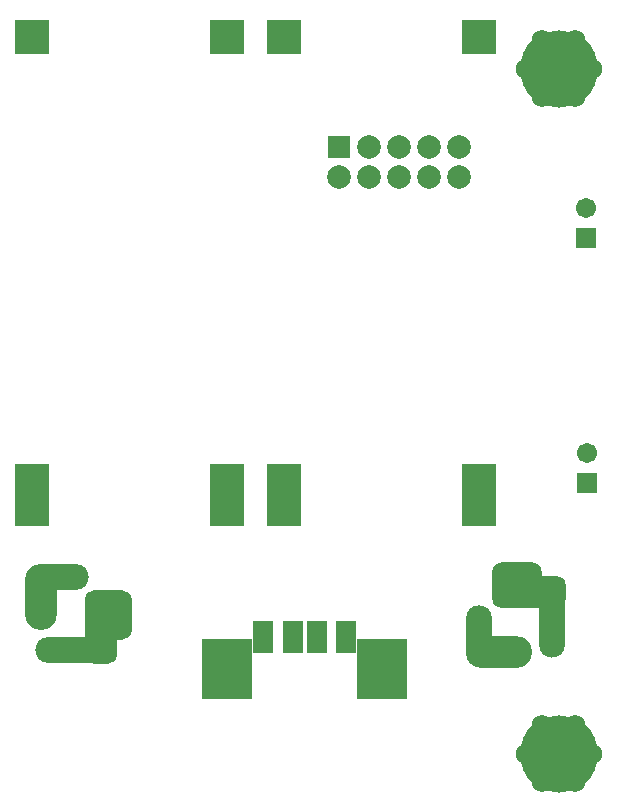
<source format=gbs>
%FSAX25Y25*%
%MOIN*%
G70*
G01*
G75*
G04 Layer_Color=16711935*
%ADD10R,0.07480X0.08071*%
%ADD11R,0.05118X0.04331*%
%ADD12R,0.12402X0.08858*%
%ADD13C,0.10000*%
%ADD14C,0.05000*%
%ADD15R,0.11024X0.11024*%
G04:AMPARAMS|DCode=16|XSize=236.22mil|YSize=98.43mil|CornerRadius=24.61mil|HoleSize=0mil|Usage=FLASHONLY|Rotation=270.000|XOffset=0mil|YOffset=0mil|HoleType=Round|Shape=RoundedRectangle|*
%AMROUNDEDRECTD16*
21,1,0.23622,0.04921,0,0,270.0*
21,1,0.18701,0.09843,0,0,270.0*
1,1,0.04921,-0.02461,-0.09350*
1,1,0.04921,-0.02461,0.09350*
1,1,0.04921,0.02461,0.09350*
1,1,0.04921,0.02461,-0.09350*
%
%ADD16ROUNDEDRECTD16*%
%ADD17O,0.09843X0.21260*%
%ADD18O,0.19685X0.07874*%
G04:AMPARAMS|DCode=19|XSize=157.48mil|YSize=118.11mil|CornerRadius=29.53mil|HoleSize=0mil|Usage=FLASHONLY|Rotation=270.000|XOffset=0mil|YOffset=0mil|HoleType=Round|Shape=RoundedRectangle|*
%AMROUNDEDRECTD19*
21,1,0.15748,0.05906,0,0,270.0*
21,1,0.09843,0.11811,0,0,270.0*
1,1,0.05906,-0.02953,-0.04921*
1,1,0.05906,-0.02953,0.04921*
1,1,0.05906,0.02953,0.04921*
1,1,0.05906,0.02953,-0.04921*
%
%ADD19ROUNDEDRECTD19*%
%ADD20O,0.25590X0.07874*%
G04:AMPARAMS|DCode=21|XSize=236.22mil|YSize=98.43mil|CornerRadius=24.61mil|HoleSize=0mil|Usage=FLASHONLY|Rotation=0.000|XOffset=0mil|YOffset=0mil|HoleType=Round|Shape=RoundedRectangle|*
%AMROUNDEDRECTD21*
21,1,0.23622,0.04921,0,0,0.0*
21,1,0.18701,0.09843,0,0,0.0*
1,1,0.04921,0.09350,-0.02461*
1,1,0.04921,-0.09350,-0.02461*
1,1,0.04921,-0.09350,0.02461*
1,1,0.04921,0.09350,0.02461*
%
%ADD21ROUNDEDRECTD21*%
%ADD22O,0.21260X0.09843*%
%ADD23O,0.07874X0.19685*%
G04:AMPARAMS|DCode=24|XSize=157.48mil|YSize=118.11mil|CornerRadius=29.53mil|HoleSize=0mil|Usage=FLASHONLY|Rotation=0.000|XOffset=0mil|YOffset=0mil|HoleType=Round|Shape=RoundedRectangle|*
%AMROUNDEDRECTD24*
21,1,0.15748,0.05906,0,0,0.0*
21,1,0.09843,0.11811,0,0,0.0*
1,1,0.05906,0.04921,-0.02953*
1,1,0.05906,-0.04921,-0.02953*
1,1,0.05906,-0.04921,0.02953*
1,1,0.05906,0.04921,0.02953*
%
%ADD24ROUNDEDRECTD24*%
%ADD25O,0.07874X0.25590*%
%ADD26R,0.15748X0.19685*%
%ADD27R,0.05906X0.09843*%
%ADD28C,0.06000*%
%ADD29C,0.25000*%
%ADD30R,0.05906X0.05906*%
%ADD31C,0.05906*%
%ADD32R,0.06394X0.06394*%
%ADD33C,0.07087*%
%ADD34C,0.00500*%
%ADD35C,0.00787*%
%ADD36C,0.00984*%
%ADD37C,0.01000*%
%ADD38C,0.00800*%
%ADD39C,0.01200*%
%ADD40C,0.01600*%
%ADD41R,0.13500X0.22500*%
%ADD42R,0.18500X0.21000*%
%ADD43R,0.08280X0.08871*%
%ADD44R,0.05918X0.05131*%
%ADD45R,0.13202X0.09658*%
%ADD46R,0.11824X0.11824*%
G04:AMPARAMS|DCode=47|XSize=244.22mil|YSize=106.42mil|CornerRadius=28.61mil|HoleSize=0mil|Usage=FLASHONLY|Rotation=270.000|XOffset=0mil|YOffset=0mil|HoleType=Round|Shape=RoundedRectangle|*
%AMROUNDEDRECTD47*
21,1,0.24422,0.04921,0,0,270.0*
21,1,0.18701,0.10642,0,0,270.0*
1,1,0.05721,-0.02461,-0.09350*
1,1,0.05721,-0.02461,0.09350*
1,1,0.05721,0.02461,0.09350*
1,1,0.05721,0.02461,-0.09350*
%
%ADD47ROUNDEDRECTD47*%
%ADD48O,0.10642X0.22060*%
%ADD49O,0.20485X0.08674*%
G04:AMPARAMS|DCode=50|XSize=165.48mil|YSize=126.11mil|CornerRadius=33.53mil|HoleSize=0mil|Usage=FLASHONLY|Rotation=270.000|XOffset=0mil|YOffset=0mil|HoleType=Round|Shape=RoundedRectangle|*
%AMROUNDEDRECTD50*
21,1,0.16548,0.05906,0,0,270.0*
21,1,0.09843,0.12611,0,0,270.0*
1,1,0.06706,-0.02953,-0.04921*
1,1,0.06706,-0.02953,0.04921*
1,1,0.06706,0.02953,0.04921*
1,1,0.06706,0.02953,-0.04921*
%
%ADD50ROUNDEDRECTD50*%
%ADD51O,0.26391X0.08674*%
G04:AMPARAMS|DCode=52|XSize=244.22mil|YSize=106.42mil|CornerRadius=28.61mil|HoleSize=0mil|Usage=FLASHONLY|Rotation=0.000|XOffset=0mil|YOffset=0mil|HoleType=Round|Shape=RoundedRectangle|*
%AMROUNDEDRECTD52*
21,1,0.24422,0.04921,0,0,0.0*
21,1,0.18701,0.10642,0,0,0.0*
1,1,0.05721,0.09350,-0.02461*
1,1,0.05721,-0.09350,-0.02461*
1,1,0.05721,-0.09350,0.02461*
1,1,0.05721,0.09350,0.02461*
%
%ADD52ROUNDEDRECTD52*%
%ADD53O,0.22060X0.10642*%
%ADD54O,0.08674X0.20485*%
G04:AMPARAMS|DCode=55|XSize=165.48mil|YSize=126.11mil|CornerRadius=33.53mil|HoleSize=0mil|Usage=FLASHONLY|Rotation=0.000|XOffset=0mil|YOffset=0mil|HoleType=Round|Shape=RoundedRectangle|*
%AMROUNDEDRECTD55*
21,1,0.16548,0.05906,0,0,0.0*
21,1,0.09843,0.12611,0,0,0.0*
1,1,0.06706,0.04921,-0.02953*
1,1,0.06706,-0.04921,-0.02953*
1,1,0.06706,-0.04921,0.02953*
1,1,0.06706,0.04921,0.02953*
%
%ADD55ROUNDEDRECTD55*%
%ADD56O,0.08674X0.26391*%
%ADD57R,0.16548X0.20485*%
%ADD58R,0.06706X0.10642*%
%ADD59C,0.06800*%
%ADD60C,0.25800*%
%ADD61R,0.06706X0.06706*%
%ADD62C,0.06706*%
%ADD63R,0.07194X0.07194*%
%ADD64C,0.07887*%
D46*
X0646461Y0318618D02*
D03*
X0581500D02*
D03*
Y0327969D02*
D03*
X0646461D02*
D03*
Y0476000D02*
D03*
X0581500D02*
D03*
X0562461Y0318618D02*
D03*
X0497500D02*
D03*
Y0327969D02*
D03*
X0562461D02*
D03*
Y0476000D02*
D03*
X0497500D02*
D03*
D47*
X0520500Y0279563D02*
D03*
D48*
X0500500Y0289405D02*
D03*
D49*
X0505933Y0296098D02*
D03*
D50*
X0524437Y0283500D02*
D03*
D51*
X0511839Y0271689D02*
D03*
D52*
X0662937Y0291000D02*
D03*
D53*
X0653094Y0271000D02*
D03*
D54*
X0646402Y0276433D02*
D03*
D55*
X0659000Y0294937D02*
D03*
D56*
X0670811Y0282339D02*
D03*
D57*
X0614146Y0265370D02*
D03*
X0562413D02*
D03*
D58*
X0602059Y0276000D02*
D03*
X0592216D02*
D03*
X0584342D02*
D03*
X0574500D02*
D03*
D59*
X0667500Y0475026D02*
D03*
X0678500D02*
D03*
X0684000Y0465500D02*
D03*
X0678500Y0455974D02*
D03*
X0667500D02*
D03*
X0662000Y0465500D02*
D03*
X0667500Y0246680D02*
D03*
X0678500D02*
D03*
X0684000Y0237154D02*
D03*
X0678500Y0227627D02*
D03*
X0667500D02*
D03*
X0662000Y0237154D02*
D03*
D60*
X0673000Y0465500D02*
D03*
Y0237154D02*
D03*
D61*
X0682500Y0327500D02*
D03*
X0682000Y0409000D02*
D03*
D62*
X0682500Y0337500D02*
D03*
X0682000Y0419000D02*
D03*
D63*
X0599638Y0439327D02*
D03*
D64*
X0609638D02*
D03*
X0619638D02*
D03*
X0629638D02*
D03*
X0639638D02*
D03*
Y0429327D02*
D03*
X0629638D02*
D03*
X0619638D02*
D03*
X0609638D02*
D03*
X0599638D02*
D03*
M02*

</source>
